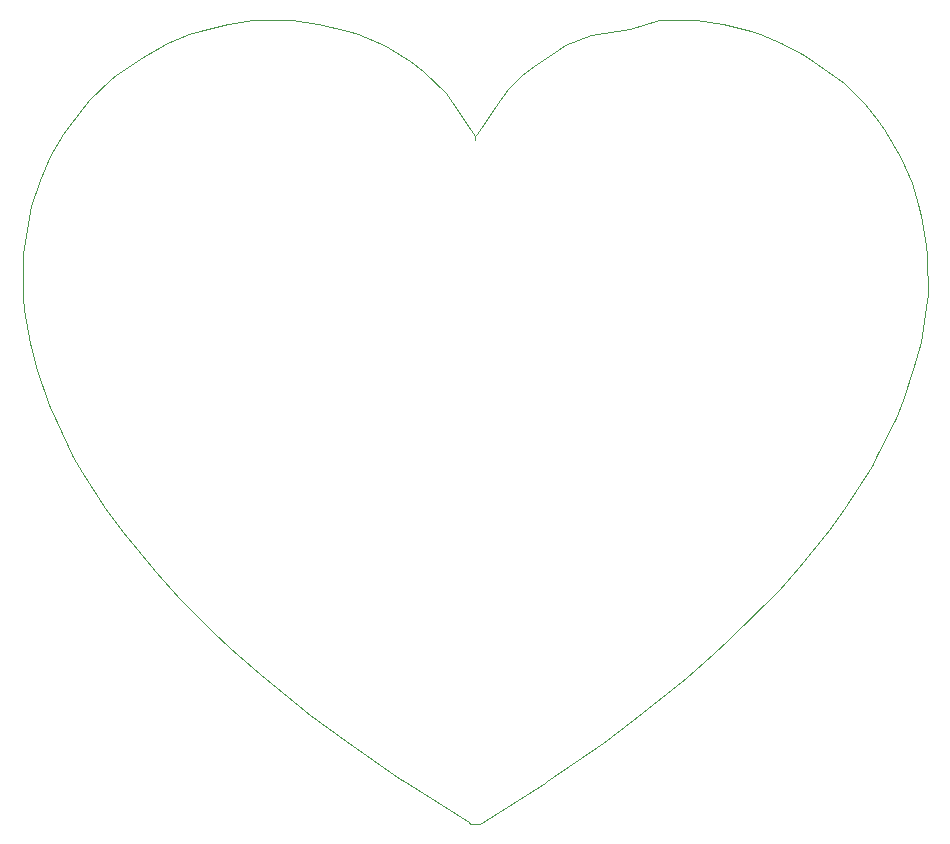
<source format=gbr>
%TF.GenerationSoftware,Altium Limited,Altium Designer,24.10.1 (45)*%
G04 Layer_Color=16711935*
%FSLAX45Y45*%
%MOMM*%
%TF.SameCoordinates,A2E8F698-1A25-487F-A8AF-53517084677A*%
%TF.FilePolarity,Positive*%
%TF.FileFunction,Other,Mechanical_1*%
%TF.Part,Single*%
G01*
G75*
%TA.AperFunction,NonConductor*%
%ADD75C,0.01270*%
D75*
X3860800Y5858764D02*
X3872768Y5876331D01*
X4065808Y6165891D01*
X4094820Y6204260D01*
X4140708Y6264148D01*
X4256532Y6379972D01*
X4322359Y6430548D01*
X4354789Y6454872D01*
X4564431Y6594246D01*
X4624273Y6628994D01*
X4844339Y6720688D01*
X5172007Y6766238D01*
X5414772Y6843268D01*
X5733288D01*
X5954634Y6810400D01*
X6197549Y6749644D01*
X6272835Y6724548D01*
X6448501Y6652158D01*
X6639611Y6551778D01*
X6841531Y6416264D01*
X6978396Y6312408D01*
X7161784Y6129020D01*
X7250877Y6014679D01*
X7318441Y5918159D01*
X7462926Y5676341D01*
X7555586Y5462067D01*
X7612019Y5288443D01*
X7638445Y5183866D01*
X7678638Y4941428D01*
X7687346Y4845700D01*
X7692644Y4526788D01*
X7678598Y4411330D02*
X7692644Y4526788D01*
X7631323Y4122257D02*
X7678598Y4411330D01*
X7570577Y3888903D02*
X7631323Y4122257D01*
X7482230Y3628187D02*
X7570577Y3888903D01*
X7420458Y3475685D02*
X7482230Y3628187D01*
X7265731Y3157687D02*
X7420458Y3475685D01*
X7217471Y3070819D02*
X7265731Y3157687D01*
X6985732Y2704297D02*
X7217471Y3070819D01*
X6855236Y2527087D02*
X6985732Y2704297D01*
X6599570Y2212437D02*
X6855236Y2527087D01*
X6428232Y2017268D02*
X6599570Y2212437D01*
X6003544Y1592580D02*
X6428232Y2017268D01*
X5880227Y1484010D02*
X6003544Y1592580D01*
X5644378Y1276447D02*
X5880227Y1484010D01*
X5194513Y914624D02*
X5644378Y1276447D01*
X4940087Y726216D02*
X5194513Y914624D01*
X4470359Y403159D02*
X4940087Y726216D01*
X4448089Y388305D02*
X4470359Y403159D01*
X3899408Y38608D02*
X4448089Y388305D01*
X3822192Y38608D02*
X3899408D01*
X3811575Y46330D02*
X3822192Y38608D01*
X3803853Y50190D02*
X3811575Y46330D01*
X3254207Y397957D02*
X3803853Y50190D01*
X3225251Y417261D02*
X3254207Y397957D01*
X2762209Y735868D02*
X3225251Y417261D01*
X2459523Y962884D02*
X2762209Y735868D01*
X2038614Y1305403D02*
X2459523Y962884D01*
X1787865Y1527424D02*
X2038614Y1305403D01*
X1640840Y1660144D02*
X1787865Y1527424D01*
X1360932Y1940052D02*
X1640840Y1660144D01*
X1155847Y2169607D02*
X1360932Y1940052D01*
X876016Y2507783D02*
X1155847Y2169607D01*
X726216Y2713949D02*
X876016Y2507783D01*
X528930Y3020111D02*
X726216Y2713949D01*
X455869Y3148035D02*
X528930Y3020111D01*
X306934Y3454451D02*
X455869Y3148035D01*
X252882Y3581857D02*
X306934Y3454451D01*
X148189Y3880957D02*
X252882Y3581857D01*
X90277Y4112605D02*
X148189Y3880957D01*
X42962Y4392056D02*
X90277Y4112605D01*
X28956Y4497832D02*
X42962Y4392056D01*
X28956Y4497832D02*
Y4864608D01*
X90581Y5230642D01*
X102763Y5270845D01*
X171806Y5492953D01*
X262534Y5693715D01*
X369092Y5876331D01*
X417261Y5944149D01*
X588772Y6167628D01*
X779927Y6343716D01*
X822305Y6377620D01*
X1021629Y6517325D01*
X1043899Y6532179D01*
X1224839Y6632854D01*
X1236421Y6638646D01*
X1439113Y6724548D01*
X1525869Y6752991D01*
X1766966Y6810400D01*
X1978660Y6843268D01*
X2306828D01*
X2528174Y6810400D01*
X2780629Y6750157D01*
X2865679Y6724548D01*
X3087675Y6628994D01*
X3126283Y6609690D01*
X3308899Y6493480D01*
X3418545Y6411244D01*
X3609848Y6225540D01*
X3860800Y5858764D01*
Y5829808D02*
Y5858764D01*
%TF.MD5,e23a0f5a1390ea0d7363e34de9611263*%
M02*

</source>
